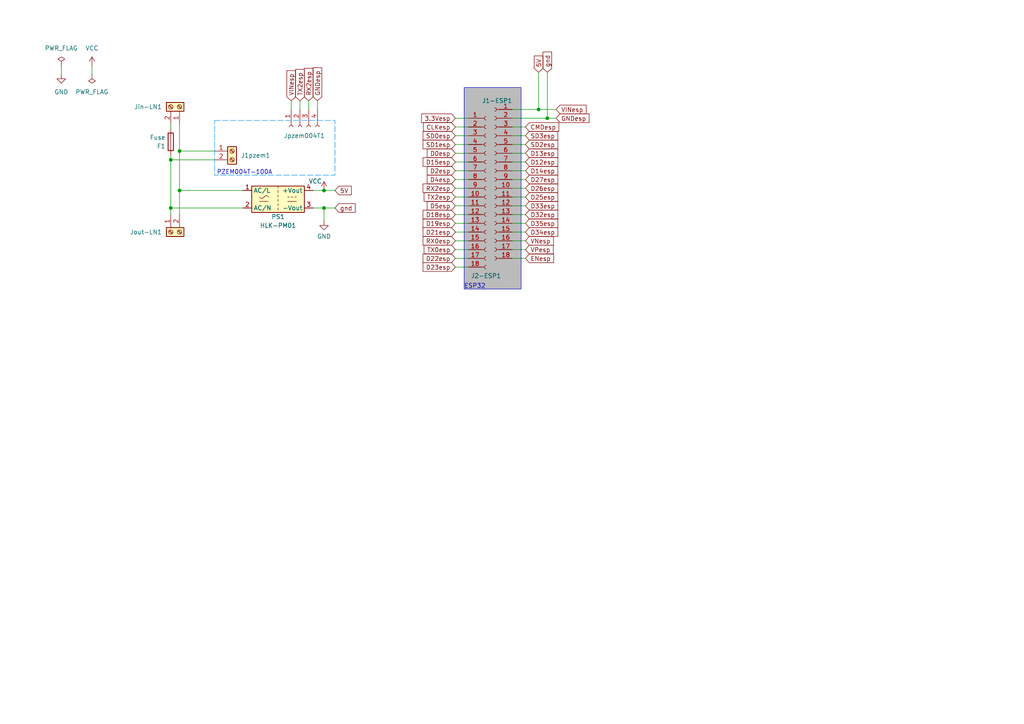
<source format=kicad_sch>
(kicad_sch (version 20230121) (generator eeschema)

  (uuid cfa3594a-3770-40d1-8feb-6b99496ab7b0)

  (paper "A4")

  (lib_symbols
    (symbol "Connector:Conn_01x04_Socket" (pin_names (offset 1.016) hide) (in_bom yes) (on_board yes)
      (property "Reference" "J" (at 0 5.08 0)
        (effects (font (size 1.27 1.27)))
      )
      (property "Value" "Conn_01x04_Socket" (at 0 -7.62 0)
        (effects (font (size 1.27 1.27)))
      )
      (property "Footprint" "" (at 0 0 0)
        (effects (font (size 1.27 1.27)) hide)
      )
      (property "Datasheet" "~" (at 0 0 0)
        (effects (font (size 1.27 1.27)) hide)
      )
      (property "ki_locked" "" (at 0 0 0)
        (effects (font (size 1.27 1.27)))
      )
      (property "ki_keywords" "connector" (at 0 0 0)
        (effects (font (size 1.27 1.27)) hide)
      )
      (property "ki_description" "Generic connector, single row, 01x04, script generated" (at 0 0 0)
        (effects (font (size 1.27 1.27)) hide)
      )
      (property "ki_fp_filters" "Connector*:*_1x??_*" (at 0 0 0)
        (effects (font (size 1.27 1.27)) hide)
      )
      (symbol "Conn_01x04_Socket_1_1"
        (arc (start 0 -4.572) (mid -0.5058 -5.08) (end 0 -5.588)
          (stroke (width 0.1524) (type default))
          (fill (type none))
        )
        (arc (start 0 -2.032) (mid -0.5058 -2.54) (end 0 -3.048)
          (stroke (width 0.1524) (type default))
          (fill (type none))
        )
        (polyline
          (pts
            (xy -1.27 -5.08)
            (xy -0.508 -5.08)
          )
          (stroke (width 0.1524) (type default))
          (fill (type none))
        )
        (polyline
          (pts
            (xy -1.27 -2.54)
            (xy -0.508 -2.54)
          )
          (stroke (width 0.1524) (type default))
          (fill (type none))
        )
        (polyline
          (pts
            (xy -1.27 0)
            (xy -0.508 0)
          )
          (stroke (width 0.1524) (type default))
          (fill (type none))
        )
        (polyline
          (pts
            (xy -1.27 2.54)
            (xy -0.508 2.54)
          )
          (stroke (width 0.1524) (type default))
          (fill (type none))
        )
        (arc (start 0 0.508) (mid -0.5058 0) (end 0 -0.508)
          (stroke (width 0.1524) (type default))
          (fill (type none))
        )
        (arc (start 0 3.048) (mid -0.5058 2.54) (end 0 2.032)
          (stroke (width 0.1524) (type default))
          (fill (type none))
        )
        (pin passive line (at -5.08 2.54 0) (length 3.81)
          (name "Pin_1" (effects (font (size 1.27 1.27))))
          (number "1" (effects (font (size 1.27 1.27))))
        )
        (pin passive line (at -5.08 0 0) (length 3.81)
          (name "Pin_2" (effects (font (size 1.27 1.27))))
          (number "2" (effects (font (size 1.27 1.27))))
        )
        (pin passive line (at -5.08 -2.54 0) (length 3.81)
          (name "Pin_3" (effects (font (size 1.27 1.27))))
          (number "3" (effects (font (size 1.27 1.27))))
        )
        (pin passive line (at -5.08 -5.08 0) (length 3.81)
          (name "Pin_4" (effects (font (size 1.27 1.27))))
          (number "4" (effects (font (size 1.27 1.27))))
        )
      )
    )
    (symbol "Connector:Conn_01x18_Socket" (pin_names (offset 1.016) hide) (in_bom yes) (on_board yes)
      (property "Reference" "J" (at 0 22.86 0)
        (effects (font (size 1.27 1.27)))
      )
      (property "Value" "Conn_01x18_Socket" (at 0 -25.4 0)
        (effects (font (size 1.27 1.27)))
      )
      (property "Footprint" "" (at 0 0 0)
        (effects (font (size 1.27 1.27)) hide)
      )
      (property "Datasheet" "~" (at 0 0 0)
        (effects (font (size 1.27 1.27)) hide)
      )
      (property "ki_locked" "" (at 0 0 0)
        (effects (font (size 1.27 1.27)))
      )
      (property "ki_keywords" "connector" (at 0 0 0)
        (effects (font (size 1.27 1.27)) hide)
      )
      (property "ki_description" "Generic connector, single row, 01x18, script generated" (at 0 0 0)
        (effects (font (size 1.27 1.27)) hide)
      )
      (property "ki_fp_filters" "Connector*:*_1x??_*" (at 0 0 0)
        (effects (font (size 1.27 1.27)) hide)
      )
      (symbol "Conn_01x18_Socket_1_1"
        (arc (start 0 -22.352) (mid -0.5058 -22.86) (end 0 -23.368)
          (stroke (width 0.1524) (type default))
          (fill (type none))
        )
        (arc (start 0 -19.812) (mid -0.5058 -20.32) (end 0 -20.828)
          (stroke (width 0.1524) (type default))
          (fill (type none))
        )
        (arc (start 0 -17.272) (mid -0.5058 -17.78) (end 0 -18.288)
          (stroke (width 0.1524) (type default))
          (fill (type none))
        )
        (arc (start 0 -14.732) (mid -0.5058 -15.24) (end 0 -15.748)
          (stroke (width 0.1524) (type default))
          (fill (type none))
        )
        (arc (start 0 -12.192) (mid -0.5058 -12.7) (end 0 -13.208)
          (stroke (width 0.1524) (type default))
          (fill (type none))
        )
        (arc (start 0 -9.652) (mid -0.5058 -10.16) (end 0 -10.668)
          (stroke (width 0.1524) (type default))
          (fill (type none))
        )
        (arc (start 0 -7.112) (mid -0.5058 -7.62) (end 0 -8.128)
          (stroke (width 0.1524) (type default))
          (fill (type none))
        )
        (arc (start 0 -4.572) (mid -0.5058 -5.08) (end 0 -5.588)
          (stroke (width 0.1524) (type default))
          (fill (type none))
        )
        (arc (start 0 -2.032) (mid -0.5058 -2.54) (end 0 -3.048)
          (stroke (width 0.1524) (type default))
          (fill (type none))
        )
        (polyline
          (pts
            (xy -1.27 -22.86)
            (xy -0.508 -22.86)
          )
          (stroke (width 0.1524) (type default))
          (fill (type none))
        )
        (polyline
          (pts
            (xy -1.27 -20.32)
            (xy -0.508 -20.32)
          )
          (stroke (width 0.1524) (type default))
          (fill (type none))
        )
        (polyline
          (pts
            (xy -1.27 -17.78)
            (xy -0.508 -17.78)
          )
          (stroke (width 0.1524) (type default))
          (fill (type none))
        )
        (polyline
          (pts
            (xy -1.27 -15.24)
            (xy -0.508 -15.24)
          )
          (stroke (width 0.1524) (type default))
          (fill (type none))
        )
        (polyline
          (pts
            (xy -1.27 -12.7)
            (xy -0.508 -12.7)
          )
          (stroke (width 0.1524) (type default))
          (fill (type none))
        )
        (polyline
          (pts
            (xy -1.27 -10.16)
            (xy -0.508 -10.16)
          )
          (stroke (width 0.1524) (type default))
          (fill (type none))
        )
        (polyline
          (pts
            (xy -1.27 -7.62)
            (xy -0.508 -7.62)
          )
          (stroke (width 0.1524) (type default))
          (fill (type none))
        )
        (polyline
          (pts
            (xy -1.27 -5.08)
            (xy -0.508 -5.08)
          )
          (stroke (width 0.1524) (type default))
          (fill (type none))
        )
        (polyline
          (pts
            (xy -1.27 -2.54)
            (xy -0.508 -2.54)
          )
          (stroke (width 0.1524) (type default))
          (fill (type none))
        )
        (polyline
          (pts
            (xy -1.27 0)
            (xy -0.508 0)
          )
          (stroke (width 0.1524) (type default))
          (fill (type none))
        )
        (polyline
          (pts
            (xy -1.27 2.54)
            (xy -0.508 2.54)
          )
          (stroke (width 0.1524) (type default))
          (fill (type none))
        )
        (polyline
          (pts
            (xy -1.27 5.08)
            (xy -0.508 5.08)
          )
          (stroke (width 0.1524) (type default))
          (fill (type none))
        )
        (polyline
          (pts
            (xy -1.27 7.62)
            (xy -0.508 7.62)
          )
          (stroke (width 0.1524) (type default))
          (fill (type none))
        )
        (polyline
          (pts
            (xy -1.27 10.16)
            (xy -0.508 10.16)
          )
          (stroke (width 0.1524) (type default))
          (fill (type none))
        )
        (polyline
          (pts
            (xy -1.27 12.7)
            (xy -0.508 12.7)
          )
          (stroke (width 0.1524) (type default))
          (fill (type none))
        )
        (polyline
          (pts
            (xy -1.27 15.24)
            (xy -0.508 15.24)
          )
          (stroke (width 0.1524) (type default))
          (fill (type none))
        )
        (polyline
          (pts
            (xy -1.27 17.78)
            (xy -0.508 17.78)
          )
          (stroke (width 0.1524) (type default))
          (fill (type none))
        )
        (polyline
          (pts
            (xy -1.27 20.32)
            (xy -0.508 20.32)
          )
          (stroke (width 0.1524) (type default))
          (fill (type none))
        )
        (arc (start 0 0.508) (mid -0.5058 0) (end 0 -0.508)
          (stroke (width 0.1524) (type default))
          (fill (type none))
        )
        (arc (start 0 3.048) (mid -0.5058 2.54) (end 0 2.032)
          (stroke (width 0.1524) (type default))
          (fill (type none))
        )
        (arc (start 0 5.588) (mid -0.5058 5.08) (end 0 4.572)
          (stroke (width 0.1524) (type default))
          (fill (type none))
        )
        (arc (start 0 8.128) (mid -0.5058 7.62) (end 0 7.112)
          (stroke (width 0.1524) (type default))
          (fill (type none))
        )
        (arc (start 0 10.668) (mid -0.5058 10.16) (end 0 9.652)
          (stroke (width 0.1524) (type default))
          (fill (type none))
        )
        (arc (start 0 13.208) (mid -0.5058 12.7) (end 0 12.192)
          (stroke (width 0.1524) (type default))
          (fill (type none))
        )
        (arc (start 0 15.748) (mid -0.5058 15.24) (end 0 14.732)
          (stroke (width 0.1524) (type default))
          (fill (type none))
        )
        (arc (start 0 18.288) (mid -0.5058 17.78) (end 0 17.272)
          (stroke (width 0.1524) (type default))
          (fill (type none))
        )
        (arc (start 0 20.828) (mid -0.5058 20.32) (end 0 19.812)
          (stroke (width 0.1524) (type default))
          (fill (type none))
        )
        (pin passive line (at -5.08 20.32 0) (length 3.81)
          (name "Pin_1" (effects (font (size 1.27 1.27))))
          (number "1" (effects (font (size 1.27 1.27))))
        )
        (pin passive line (at -5.08 -2.54 0) (length 3.81)
          (name "Pin_10" (effects (font (size 1.27 1.27))))
          (number "10" (effects (font (size 1.27 1.27))))
        )
        (pin passive line (at -5.08 -5.08 0) (length 3.81)
          (name "Pin_11" (effects (font (size 1.27 1.27))))
          (number "11" (effects (font (size 1.27 1.27))))
        )
        (pin passive line (at -5.08 -7.62 0) (length 3.81)
          (name "Pin_12" (effects (font (size 1.27 1.27))))
          (number "12" (effects (font (size 1.27 1.27))))
        )
        (pin passive line (at -5.08 -10.16 0) (length 3.81)
          (name "Pin_13" (effects (font (size 1.27 1.27))))
          (number "13" (effects (font (size 1.27 1.27))))
        )
        (pin passive line (at -5.08 -12.7 0) (length 3.81)
          (name "Pin_14" (effects (font (size 1.27 1.27))))
          (number "14" (effects (font (size 1.27 1.27))))
        )
        (pin passive line (at -5.08 -15.24 0) (length 3.81)
          (name "Pin_15" (effects (font (size 1.27 1.27))))
          (number "15" (effects (font (size 1.27 1.27))))
        )
        (pin passive line (at -5.08 -17.78 0) (length 3.81)
          (name "Pin_16" (effects (font (size 1.27 1.27))))
          (number "16" (effects (font (size 1.27 1.27))))
        )
        (pin passive line (at -5.08 -20.32 0) (length 3.81)
          (name "Pin_17" (effects (font (size 1.27 1.27))))
          (number "17" (effects (font (size 1.27 1.27))))
        )
        (pin passive line (at -5.08 -22.86 0) (length 3.81)
          (name "Pin_18" (effects (font (size 1.27 1.27))))
          (number "18" (effects (font (size 1.27 1.27))))
        )
        (pin passive line (at -5.08 17.78 0) (length 3.81)
          (name "Pin_2" (effects (font (size 1.27 1.27))))
          (number "2" (effects (font (size 1.27 1.27))))
        )
        (pin passive line (at -5.08 15.24 0) (length 3.81)
          (name "Pin_3" (effects (font (size 1.27 1.27))))
          (number "3" (effects (font (size 1.27 1.27))))
        )
        (pin passive line (at -5.08 12.7 0) (length 3.81)
          (name "Pin_4" (effects (font (size 1.27 1.27))))
          (number "4" (effects (font (size 1.27 1.27))))
        )
        (pin passive line (at -5.08 10.16 0) (length 3.81)
          (name "Pin_5" (effects (font (size 1.27 1.27))))
          (number "5" (effects (font (size 1.27 1.27))))
        )
        (pin passive line (at -5.08 7.62 0) (length 3.81)
          (name "Pin_6" (effects (font (size 1.27 1.27))))
          (number "6" (effects (font (size 1.27 1.27))))
        )
        (pin passive line (at -5.08 5.08 0) (length 3.81)
          (name "Pin_7" (effects (font (size 1.27 1.27))))
          (number "7" (effects (font (size 1.27 1.27))))
        )
        (pin passive line (at -5.08 2.54 0) (length 3.81)
          (name "Pin_8" (effects (font (size 1.27 1.27))))
          (number "8" (effects (font (size 1.27 1.27))))
        )
        (pin passive line (at -5.08 0 0) (length 3.81)
          (name "Pin_9" (effects (font (size 1.27 1.27))))
          (number "9" (effects (font (size 1.27 1.27))))
        )
      )
    )
    (symbol "Connector:Screw_Terminal_01x02" (pin_names (offset 1.016) hide) (in_bom yes) (on_board yes)
      (property "Reference" "J" (at 0 2.54 0)
        (effects (font (size 1.27 1.27)))
      )
      (property "Value" "Screw_Terminal_01x02" (at 0 -5.08 0)
        (effects (font (size 1.27 1.27)))
      )
      (property "Footprint" "" (at 0 0 0)
        (effects (font (size 1.27 1.27)) hide)
      )
      (property "Datasheet" "~" (at 0 0 0)
        (effects (font (size 1.27 1.27)) hide)
      )
      (property "ki_keywords" "screw terminal" (at 0 0 0)
        (effects (font (size 1.27 1.27)) hide)
      )
      (property "ki_description" "Generic screw terminal, single row, 01x02, script generated (kicad-library-utils/schlib/autogen/connector/)" (at 0 0 0)
        (effects (font (size 1.27 1.27)) hide)
      )
      (property "ki_fp_filters" "TerminalBlock*:*" (at 0 0 0)
        (effects (font (size 1.27 1.27)) hide)
      )
      (symbol "Screw_Terminal_01x02_1_1"
        (rectangle (start -1.27 1.27) (end 1.27 -3.81)
          (stroke (width 0.254) (type default))
          (fill (type background))
        )
        (circle (center 0 -2.54) (radius 0.635)
          (stroke (width 0.1524) (type default))
          (fill (type none))
        )
        (polyline
          (pts
            (xy -0.5334 -2.2098)
            (xy 0.3302 -3.048)
          )
          (stroke (width 0.1524) (type default))
          (fill (type none))
        )
        (polyline
          (pts
            (xy -0.5334 0.3302)
            (xy 0.3302 -0.508)
          )
          (stroke (width 0.1524) (type default))
          (fill (type none))
        )
        (polyline
          (pts
            (xy -0.3556 -2.032)
            (xy 0.508 -2.8702)
          )
          (stroke (width 0.1524) (type default))
          (fill (type none))
        )
        (polyline
          (pts
            (xy -0.3556 0.508)
            (xy 0.508 -0.3302)
          )
          (stroke (width 0.1524) (type default))
          (fill (type none))
        )
        (circle (center 0 0) (radius 0.635)
          (stroke (width 0.1524) (type default))
          (fill (type none))
        )
        (pin passive line (at -5.08 0 0) (length 3.81)
          (name "Pin_1" (effects (font (size 1.27 1.27))))
          (number "1" (effects (font (size 1.27 1.27))))
        )
        (pin passive line (at -5.08 -2.54 0) (length 3.81)
          (name "Pin_2" (effects (font (size 1.27 1.27))))
          (number "2" (effects (font (size 1.27 1.27))))
        )
      )
    )
    (symbol "Converter_ACDC:HLK-PM01" (in_bom yes) (on_board yes)
      (property "Reference" "PS" (at 0 5.08 0)
        (effects (font (size 1.27 1.27)))
      )
      (property "Value" "HLK-PM01" (at 0 -5.08 0)
        (effects (font (size 1.27 1.27)))
      )
      (property "Footprint" "Converter_ACDC:Converter_ACDC_HiLink_HLK-PMxx" (at 0 -7.62 0)
        (effects (font (size 1.27 1.27)) hide)
      )
      (property "Datasheet" "http://www.hlktech.net/product_detail.php?ProId=54" (at 10.16 -8.89 0)
        (effects (font (size 1.27 1.27)) hide)
      )
      (property "ki_keywords" "AC/DC module power supply" (at 0 0 0)
        (effects (font (size 1.27 1.27)) hide)
      )
      (property "ki_description" "Compact AC/DC board mount power module 3W 5V" (at 0 0 0)
        (effects (font (size 1.27 1.27)) hide)
      )
      (property "ki_fp_filters" "Converter*ACDC*HiLink*HLK?PM*" (at 0 0 0)
        (effects (font (size 1.27 1.27)) hide)
      )
      (symbol "HLK-PM01_0_1"
        (rectangle (start -7.62 3.81) (end 7.62 -3.81)
          (stroke (width 0.254) (type default))
          (fill (type background))
        )
        (arc (start -5.334 0.635) (mid -4.699 0.2495) (end -4.064 0.635)
          (stroke (width 0) (type default))
          (fill (type none))
        )
        (arc (start -2.794 0.635) (mid -3.429 1.0072) (end -4.064 0.635)
          (stroke (width 0) (type default))
          (fill (type none))
        )
        (polyline
          (pts
            (xy -5.334 -0.635)
            (xy -2.794 -0.635)
          )
          (stroke (width 0) (type default))
          (fill (type none))
        )
        (polyline
          (pts
            (xy 0 -2.54)
            (xy 0 -3.175)
          )
          (stroke (width 0) (type default))
          (fill (type none))
        )
        (polyline
          (pts
            (xy 0 -1.27)
            (xy 0 -1.905)
          )
          (stroke (width 0) (type default))
          (fill (type none))
        )
        (polyline
          (pts
            (xy 0 0)
            (xy 0 -0.635)
          )
          (stroke (width 0) (type default))
          (fill (type none))
        )
        (polyline
          (pts
            (xy 0 1.27)
            (xy 0 0.635)
          )
          (stroke (width 0) (type default))
          (fill (type none))
        )
        (polyline
          (pts
            (xy 0 2.54)
            (xy 0 1.905)
          )
          (stroke (width 0) (type default))
          (fill (type none))
        )
        (polyline
          (pts
            (xy 0 3.81)
            (xy 0 3.175)
          )
          (stroke (width 0) (type default))
          (fill (type none))
        )
        (polyline
          (pts
            (xy 2.794 -0.635)
            (xy 5.334 -0.635)
          )
          (stroke (width 0) (type default))
          (fill (type none))
        )
        (polyline
          (pts
            (xy 2.794 0.635)
            (xy 3.302 0.635)
          )
          (stroke (width 0) (type default))
          (fill (type none))
        )
        (polyline
          (pts
            (xy 3.81 0.635)
            (xy 4.318 0.635)
          )
          (stroke (width 0) (type default))
          (fill (type none))
        )
        (polyline
          (pts
            (xy 4.826 0.635)
            (xy 5.334 0.635)
          )
          (stroke (width 0) (type default))
          (fill (type none))
        )
      )
      (symbol "HLK-PM01_1_1"
        (pin power_in line (at -10.16 2.54 0) (length 2.54)
          (name "AC/L" (effects (font (size 1.27 1.27))))
          (number "1" (effects (font (size 1.27 1.27))))
        )
        (pin power_in line (at -10.16 -2.54 0) (length 2.54)
          (name "AC/N" (effects (font (size 1.27 1.27))))
          (number "2" (effects (font (size 1.27 1.27))))
        )
        (pin power_out line (at 10.16 -2.54 180) (length 2.54)
          (name "-Vout" (effects (font (size 1.27 1.27))))
          (number "3" (effects (font (size 1.27 1.27))))
        )
        (pin power_out line (at 10.16 2.54 180) (length 2.54)
          (name "+Vout" (effects (font (size 1.27 1.27))))
          (number "4" (effects (font (size 1.27 1.27))))
        )
      )
    )
    (symbol "Device:Fuse" (pin_numbers hide) (pin_names (offset 0)) (in_bom yes) (on_board yes)
      (property "Reference" "F" (at 2.032 0 90)
        (effects (font (size 1.27 1.27)))
      )
      (property "Value" "Fuse" (at -1.905 0 90)
        (effects (font (size 1.27 1.27)))
      )
      (property "Footprint" "" (at -1.778 0 90)
        (effects (font (size 1.27 1.27)) hide)
      )
      (property "Datasheet" "~" (at 0 0 0)
        (effects (font (size 1.27 1.27)) hide)
      )
      (property "ki_keywords" "fuse" (at 0 0 0)
        (effects (font (size 1.27 1.27)) hide)
      )
      (property "ki_description" "Fuse" (at 0 0 0)
        (effects (font (size 1.27 1.27)) hide)
      )
      (property "ki_fp_filters" "*Fuse*" (at 0 0 0)
        (effects (font (size 1.27 1.27)) hide)
      )
      (symbol "Fuse_0_1"
        (rectangle (start -0.762 -2.54) (end 0.762 2.54)
          (stroke (width 0.254) (type default))
          (fill (type none))
        )
        (polyline
          (pts
            (xy 0 2.54)
            (xy 0 -2.54)
          )
          (stroke (width 0) (type default))
          (fill (type none))
        )
      )
      (symbol "Fuse_1_1"
        (pin passive line (at 0 3.81 270) (length 1.27)
          (name "~" (effects (font (size 1.27 1.27))))
          (number "1" (effects (font (size 1.27 1.27))))
        )
        (pin passive line (at 0 -3.81 90) (length 1.27)
          (name "~" (effects (font (size 1.27 1.27))))
          (number "2" (effects (font (size 1.27 1.27))))
        )
      )
    )
    (symbol "power:GND" (power) (pin_names (offset 0)) (in_bom yes) (on_board yes)
      (property "Reference" "#PWR" (at 0 -6.35 0)
        (effects (font (size 1.27 1.27)) hide)
      )
      (property "Value" "GND" (at 0 -3.81 0)
        (effects (font (size 1.27 1.27)))
      )
      (property "Footprint" "" (at 0 0 0)
        (effects (font (size 1.27 1.27)) hide)
      )
      (property "Datasheet" "" (at 0 0 0)
        (effects (font (size 1.27 1.27)) hide)
      )
      (property "ki_keywords" "global power" (at 0 0 0)
        (effects (font (size 1.27 1.27)) hide)
      )
      (property "ki_description" "Power symbol creates a global label with name \"GND\" , ground" (at 0 0 0)
        (effects (font (size 1.27 1.27)) hide)
      )
      (symbol "GND_0_1"
        (polyline
          (pts
            (xy 0 0)
            (xy 0 -1.27)
            (xy 1.27 -1.27)
            (xy 0 -2.54)
            (xy -1.27 -1.27)
            (xy 0 -1.27)
          )
          (stroke (width 0) (type default))
          (fill (type none))
        )
      )
      (symbol "GND_1_1"
        (pin power_in line (at 0 0 270) (length 0) hide
          (name "GND" (effects (font (size 1.27 1.27))))
          (number "1" (effects (font (size 1.27 1.27))))
        )
      )
    )
    (symbol "power:PWR_FLAG" (power) (pin_numbers hide) (pin_names (offset 0) hide) (in_bom yes) (on_board yes)
      (property "Reference" "#FLG" (at 0 1.905 0)
        (effects (font (size 1.27 1.27)) hide)
      )
      (property "Value" "PWR_FLAG" (at 0 3.81 0)
        (effects (font (size 1.27 1.27)))
      )
      (property "Footprint" "" (at 0 0 0)
        (effects (font (size 1.27 1.27)) hide)
      )
      (property "Datasheet" "~" (at 0 0 0)
        (effects (font (size 1.27 1.27)) hide)
      )
      (property "ki_keywords" "flag power" (at 0 0 0)
        (effects (font (size 1.27 1.27)) hide)
      )
      (property "ki_description" "Special symbol for telling ERC where power comes from" (at 0 0 0)
        (effects (font (size 1.27 1.27)) hide)
      )
      (symbol "PWR_FLAG_0_0"
        (pin power_out line (at 0 0 90) (length 0)
          (name "pwr" (effects (font (size 1.27 1.27))))
          (number "1" (effects (font (size 1.27 1.27))))
        )
      )
      (symbol "PWR_FLAG_0_1"
        (polyline
          (pts
            (xy 0 0)
            (xy 0 1.27)
            (xy -1.016 1.905)
            (xy 0 2.54)
            (xy 1.016 1.905)
            (xy 0 1.27)
          )
          (stroke (width 0) (type default))
          (fill (type none))
        )
      )
    )
    (symbol "power:VCC" (power) (pin_names (offset 0)) (in_bom yes) (on_board yes)
      (property "Reference" "#PWR" (at 0 -3.81 0)
        (effects (font (size 1.27 1.27)) hide)
      )
      (property "Value" "VCC" (at 0 3.81 0)
        (effects (font (size 1.27 1.27)))
      )
      (property "Footprint" "" (at 0 0 0)
        (effects (font (size 1.27 1.27)) hide)
      )
      (property "Datasheet" "" (at 0 0 0)
        (effects (font (size 1.27 1.27)) hide)
      )
      (property "ki_keywords" "global power" (at 0 0 0)
        (effects (font (size 1.27 1.27)) hide)
      )
      (property "ki_description" "Power symbol creates a global label with name \"VCC\"" (at 0 0 0)
        (effects (font (size 1.27 1.27)) hide)
      )
      (symbol "VCC_0_1"
        (polyline
          (pts
            (xy -0.762 1.27)
            (xy 0 2.54)
          )
          (stroke (width 0) (type default))
          (fill (type none))
        )
        (polyline
          (pts
            (xy 0 0)
            (xy 0 2.54)
          )
          (stroke (width 0) (type default))
          (fill (type none))
        )
        (polyline
          (pts
            (xy 0 2.54)
            (xy 0.762 1.27)
          )
          (stroke (width 0) (type default))
          (fill (type none))
        )
      )
      (symbol "VCC_1_1"
        (pin power_in line (at 0 0 90) (length 0) hide
          (name "VCC" (effects (font (size 1.27 1.27))))
          (number "1" (effects (font (size 1.27 1.27))))
        )
      )
    )
  )

  (junction (at 49.53 46.355) (diameter 0) (color 0 0 0 0)
    (uuid 08cd5ff9-1b21-407b-ad0a-2362384960bf)
  )
  (junction (at 52.07 43.815) (diameter 0) (color 0 0 0 0)
    (uuid 249a70f0-410d-4506-826e-226c51afeb3b)
  )
  (junction (at 93.98 55.245) (diameter 0) (color 0 0 0 0)
    (uuid 25920131-751a-4857-a2be-ab4a27649d01)
  )
  (junction (at 52.07 55.245) (diameter 0) (color 0 0 0 0)
    (uuid 38aa4232-fe07-4598-af00-123b922bcea9)
  )
  (junction (at 158.75 34.29) (diameter 0) (color 0 0 0 0)
    (uuid 72b20e70-8d12-47e2-b3a8-72c77378834f)
  )
  (junction (at 93.98 60.325) (diameter 0) (color 0 0 0 0)
    (uuid 732684af-0287-4d78-b047-32e1e4436a21)
  )
  (junction (at 49.53 60.325) (diameter 0) (color 0 0 0 0)
    (uuid df065dd5-15fe-4407-a9f8-87b4fe36862a)
  )
  (junction (at 156.21 31.75) (diameter 0) (color 0 0 0 0)
    (uuid ef47011d-30bc-4724-b4b8-1b4e9e0f92ca)
  )

  (wire (pts (xy 132.08 54.61) (xy 135.89 54.61))
    (stroke (width 0) (type default))
    (uuid 11802875-f294-496a-a5da-2f05ad6ce29d)
  )
  (wire (pts (xy 152.4 39.37) (xy 148.59 39.37))
    (stroke (width 0) (type default))
    (uuid 14ab8453-949b-484d-99c3-de7e0de03efc)
  )
  (wire (pts (xy 152.4 46.99) (xy 148.59 46.99))
    (stroke (width 0) (type default))
    (uuid 1811f399-a00a-4e83-85b9-7e272b06d942)
  )
  (wire (pts (xy 93.98 55.245) (xy 97.155 55.245))
    (stroke (width 0) (type default))
    (uuid 1be11046-3372-41fc-9e69-d03809f41742)
  )
  (wire (pts (xy 52.07 55.245) (xy 52.07 62.23))
    (stroke (width 0) (type default))
    (uuid 2270c465-ce02-44ab-b803-ed58df399a47)
  )
  (wire (pts (xy 132.08 67.31) (xy 135.89 67.31))
    (stroke (width 0) (type default))
    (uuid 2325691e-bd58-413e-9599-03d534d0cd59)
  )
  (wire (pts (xy 152.4 41.91) (xy 148.59 41.91))
    (stroke (width 0) (type default))
    (uuid 270a65ec-17b8-43fe-9711-5718d3d64b04)
  )
  (wire (pts (xy 132.08 74.93) (xy 135.89 74.93))
    (stroke (width 0) (type default))
    (uuid 27f7079b-b181-45e9-b3d3-e68aa5db6563)
  )
  (wire (pts (xy 132.08 59.69) (xy 135.89 59.69))
    (stroke (width 0) (type default))
    (uuid 2aa38b1e-a2a3-4162-bc99-c67e053123ee)
  )
  (wire (pts (xy 52.07 36.068) (xy 52.07 43.815))
    (stroke (width 0) (type default))
    (uuid 2eb03801-4e54-47be-8faf-d0ca99063ddd)
  )
  (wire (pts (xy 90.805 55.245) (xy 93.98 55.245))
    (stroke (width 0) (type default))
    (uuid 30fa08d6-7ed4-4ac9-a4b4-2af64806278c)
  )
  (wire (pts (xy 90.805 60.325) (xy 93.98 60.325))
    (stroke (width 0) (type default))
    (uuid 36629b24-ddbc-4cee-808f-68a89dffcddb)
  )
  (wire (pts (xy 152.4 74.93) (xy 148.59 74.93))
    (stroke (width 0) (type default))
    (uuid 3892190c-5e1b-41ef-ab8a-2eb38b6d3314)
  )
  (wire (pts (xy 156.21 20.955) (xy 156.21 31.75))
    (stroke (width 0) (type default))
    (uuid 3d1c08cb-c197-4c42-96ac-a531b8b4fdb4)
  )
  (wire (pts (xy 132.08 69.85) (xy 135.89 69.85))
    (stroke (width 0) (type default))
    (uuid 40d4e8e7-183a-4dd4-ab26-211535354b55)
  )
  (wire (pts (xy 152.4 54.61) (xy 148.59 54.61))
    (stroke (width 0) (type default))
    (uuid 4b17433c-5acd-4cb9-9f0e-860daa29d31f)
  )
  (wire (pts (xy 17.78 19.05) (xy 17.78 21.59))
    (stroke (width 0) (type default))
    (uuid 515fe42b-a96f-4232-9f05-010dc486e37f)
  )
  (wire (pts (xy 49.53 60.325) (xy 49.53 62.23))
    (stroke (width 0) (type default))
    (uuid 5239e575-80d7-410b-812c-94db48bb4e13)
  )
  (wire (pts (xy 49.53 46.355) (xy 49.53 60.325))
    (stroke (width 0) (type default))
    (uuid 576ac465-2e1c-40c6-9cc8-9f8f75335589)
  )
  (wire (pts (xy 152.4 49.53) (xy 148.59 49.53))
    (stroke (width 0) (type default))
    (uuid 5dd8a8ae-a187-4f89-81f0-262fc2dfb0cf)
  )
  (wire (pts (xy 152.4 36.83) (xy 148.59 36.83))
    (stroke (width 0) (type default))
    (uuid 5ed46650-e22e-4f97-959b-22cacb2c7f62)
  )
  (wire (pts (xy 158.75 34.29) (xy 161.29 34.29))
    (stroke (width 0) (type default))
    (uuid 69178685-1b6d-41c5-90b9-347ba13c8ca5)
  )
  (wire (pts (xy 156.21 31.75) (xy 148.59 31.75))
    (stroke (width 0) (type default))
    (uuid 6ddb04ab-7e05-42d0-93df-5c7a7870e9db)
  )
  (wire (pts (xy 152.4 44.45) (xy 148.59 44.45))
    (stroke (width 0) (type default))
    (uuid 72239c9f-e0bf-40bd-97ab-e67e0befef0f)
  )
  (wire (pts (xy 152.4 64.77) (xy 148.59 64.77))
    (stroke (width 0) (type default))
    (uuid 73e1fefc-dbe9-4940-b650-aa0f441f2f63)
  )
  (wire (pts (xy 132.08 44.45) (xy 135.89 44.45))
    (stroke (width 0) (type default))
    (uuid 7795bced-a8fd-4ec1-a27f-c94ffc1c0597)
  )
  (wire (pts (xy 132.08 77.47) (xy 135.89 77.47))
    (stroke (width 0) (type default))
    (uuid 7cacba8b-a7f2-4973-a353-37ac783dd1a5)
  )
  (wire (pts (xy 86.995 29.21) (xy 86.995 31.75))
    (stroke (width 0) (type default))
    (uuid 828d9252-9aee-4071-add0-bcd4d7b49343)
  )
  (wire (pts (xy 52.07 55.245) (xy 70.485 55.245))
    (stroke (width 0) (type default))
    (uuid 86c92c08-b77d-4b6b-82f4-8b73498a729c)
  )
  (wire (pts (xy 152.4 59.69) (xy 148.59 59.69))
    (stroke (width 0) (type default))
    (uuid 8881858a-0784-4990-b0cd-4b6747143d4c)
  )
  (wire (pts (xy 49.53 46.355) (xy 62.23 46.355))
    (stroke (width 0) (type default))
    (uuid 8a08bb78-075c-4226-a6bf-17603d3082db)
  )
  (wire (pts (xy 93.98 60.325) (xy 93.98 64.135))
    (stroke (width 0) (type default))
    (uuid 8bc31143-c609-484a-8e34-962fda2e1381)
  )
  (wire (pts (xy 132.08 39.37) (xy 135.89 39.37))
    (stroke (width 0) (type default))
    (uuid 8bc388ff-1c12-42ac-8694-c82a5ec377bc)
  )
  (wire (pts (xy 26.67 19.05) (xy 26.67 21.59))
    (stroke (width 0) (type default))
    (uuid 8dc24a74-afc2-46f8-b8a8-9d00f450b90e)
  )
  (wire (pts (xy 49.53 44.958) (xy 49.53 46.355))
    (stroke (width 0) (type default))
    (uuid 91df379f-3cf9-4c92-ae94-8df81adfd5af)
  )
  (wire (pts (xy 148.59 34.29) (xy 158.75 34.29))
    (stroke (width 0) (type default))
    (uuid 94d996ce-d634-473e-92f7-34e088ff6fd6)
  )
  (wire (pts (xy 161.29 31.75) (xy 156.21 31.75))
    (stroke (width 0) (type default))
    (uuid a0149ee5-f68b-4e8f-aff9-e7282998e51b)
  )
  (wire (pts (xy 93.98 60.325) (xy 97.155 60.325))
    (stroke (width 0) (type default))
    (uuid a192ff6b-5b93-4757-8b50-1b07c63dfebb)
  )
  (wire (pts (xy 132.08 36.83) (xy 135.89 36.83))
    (stroke (width 0) (type default))
    (uuid a408fcca-ed95-4196-a124-5b0bd7074b11)
  )
  (wire (pts (xy 132.08 64.77) (xy 135.89 64.77))
    (stroke (width 0) (type default))
    (uuid a60e0a9b-6421-4488-a758-d27e87b5cd6d)
  )
  (wire (pts (xy 49.53 36.068) (xy 49.53 37.338))
    (stroke (width 0) (type default))
    (uuid a6d0b800-18ec-4e35-86ef-e6fbfd8878c1)
  )
  (wire (pts (xy 132.08 52.07) (xy 135.89 52.07))
    (stroke (width 0) (type default))
    (uuid a6ecc565-59c5-45c2-81f1-73bf300e5edb)
  )
  (wire (pts (xy 152.4 72.39) (xy 148.59 72.39))
    (stroke (width 0) (type default))
    (uuid af7d8fc9-391a-402c-ac84-478e583485cc)
  )
  (wire (pts (xy 49.53 60.325) (xy 70.485 60.325))
    (stroke (width 0) (type default))
    (uuid b0126d9a-10ff-408b-afbe-7aaccbe58c4e)
  )
  (wire (pts (xy 132.08 34.29) (xy 135.89 34.29))
    (stroke (width 0) (type default))
    (uuid b10c0d57-7a46-46a2-989e-da85ffd7ec8c)
  )
  (wire (pts (xy 152.4 57.15) (xy 148.59 57.15))
    (stroke (width 0) (type default))
    (uuid b747b734-4395-4ce5-a7e3-1d4acd53b461)
  )
  (wire (pts (xy 152.4 69.85) (xy 148.59 69.85))
    (stroke (width 0) (type default))
    (uuid c13b8468-55d1-4764-b5f2-9233ab05c80d)
  )
  (wire (pts (xy 132.08 62.23) (xy 135.89 62.23))
    (stroke (width 0) (type default))
    (uuid c317d22b-168c-43bb-8c59-2fbc4c0519c5)
  )
  (wire (pts (xy 62.23 43.815) (xy 52.07 43.815))
    (stroke (width 0) (type default))
    (uuid c837b9d4-2896-4159-9321-b7076c53e493)
  )
  (wire (pts (xy 152.4 62.23) (xy 148.59 62.23))
    (stroke (width 0) (type default))
    (uuid c8969316-3cd3-46cf-9891-a3521b1de89a)
  )
  (wire (pts (xy 84.455 29.21) (xy 84.455 31.75))
    (stroke (width 0) (type default))
    (uuid cc61d240-e4ac-418b-a40b-2690b8b68b1c)
  )
  (wire (pts (xy 132.08 41.91) (xy 135.89 41.91))
    (stroke (width 0) (type default))
    (uuid d1c8dc3b-61cb-4a34-b975-5f3bec463220)
  )
  (wire (pts (xy 132.08 57.15) (xy 135.89 57.15))
    (stroke (width 0) (type default))
    (uuid d2317a86-1d70-4b0d-a39f-27760f6df9c1)
  )
  (wire (pts (xy 89.535 29.21) (xy 89.535 31.75))
    (stroke (width 0) (type default))
    (uuid d4bec7dc-54a1-4970-9161-2868bc6c77dd)
  )
  (wire (pts (xy 92.075 29.21) (xy 92.075 31.75))
    (stroke (width 0) (type default))
    (uuid d61f39c4-50d5-4357-9c64-c653127afae7)
  )
  (wire (pts (xy 152.4 67.31) (xy 148.59 67.31))
    (stroke (width 0) (type default))
    (uuid e7b0219e-a0d7-4961-8ac8-878b88af0d87)
  )
  (wire (pts (xy 132.08 72.39) (xy 135.89 72.39))
    (stroke (width 0) (type default))
    (uuid e8b0a681-d4cb-44cc-9afc-51e71eb0e9d7)
  )
  (wire (pts (xy 158.75 20.955) (xy 158.75 34.29))
    (stroke (width 0) (type default))
    (uuid e909bd15-4ab1-447b-b1de-10293efab2f0)
  )
  (wire (pts (xy 132.08 46.99) (xy 135.89 46.99))
    (stroke (width 0) (type default))
    (uuid f7800201-d6ca-46a0-a3b5-c68b02103c47)
  )
  (wire (pts (xy 52.07 43.815) (xy 52.07 55.245))
    (stroke (width 0) (type default))
    (uuid f840ce98-ec5b-46d3-bc0b-1f8a8ccf6447)
  )
  (wire (pts (xy 152.4 52.07) (xy 148.59 52.07))
    (stroke (width 0) (type default))
    (uuid f91faa41-f4ac-4b21-b486-859d9acd7990)
  )
  (wire (pts (xy 132.08 49.53) (xy 135.89 49.53))
    (stroke (width 0) (type default))
    (uuid ffbdc3dd-60ef-4839-8827-a1f66b682280)
  )

  (rectangle (start 62.23 34.925) (end 97.155 50.8)
    (stroke (width 0) (type dash) (color 0 146 255 1))
    (fill (type none))
    (uuid 44dce954-e3fc-4ad3-9f06-0a00215c95a7)
  )
  (rectangle (start 134.62 25.4) (end 151.13 83.82)
    (stroke (width 0) (type default))
    (fill (type color) (color 187 187 187 1))
    (uuid cb28021f-ff8d-4ae6-bcfe-e726f9076d27)
  )

  (text "PZEM004T-100A" (at 62.865 50.8 0)
    (effects (font (size 1.27 1.27)) (justify left bottom))
    (uuid 0c69c817-f20d-4ab2-933a-1d2aafc0e039)
  )
  (text "ESP32" (at 134.62 83.82 0)
    (effects (font (size 1.27 1.27)) (justify left bottom))
    (uuid 8ab47bdd-cf03-4882-9d71-7e8286ec91fd)
  )

  (global_label "GNDesp" (shape input) (at 161.29 34.29 0) (fields_autoplaced)
    (effects (font (size 1.27 1.27)) (justify left))
    (uuid 05786940-bf48-4a34-808d-5f95b75ca9e1)
    (property "Intersheetrefs" "${INTERSHEET_REFS}" (at 171.4114 34.29 0)
      (effects (font (size 1.27 1.27)) (justify left) hide)
    )
  )
  (global_label "3.3Vesp" (shape input) (at 132.08 34.29 180) (fields_autoplaced)
    (effects (font (size 1.27 1.27)) (justify right))
    (uuid 093f735c-5557-455f-bb75-5e05f8ff257f)
    (property "Intersheetrefs" "${INTERSHEET_REFS}" (at 121.7167 34.29 0)
      (effects (font (size 1.27 1.27)) (justify right) hide)
    )
  )
  (global_label "TX2esp" (shape input) (at 86.995 29.21 90) (fields_autoplaced)
    (effects (font (size 1.27 1.27)) (justify left))
    (uuid 09a286ff-655a-4d5d-88aa-700ca78a2043)
    (property "Intersheetrefs" "${INTERSHEET_REFS}" (at 86.995 19.5725 90)
      (effects (font (size 1.27 1.27)) (justify left) hide)
    )
  )
  (global_label "VINesp" (shape input) (at 161.29 31.75 0) (fields_autoplaced)
    (effects (font (size 1.27 1.27)) (justify left))
    (uuid 0bf7d266-da90-4487-8335-15b6f782f763)
    (property "Intersheetrefs" "${INTERSHEET_REFS}" (at 170.5648 31.75 0)
      (effects (font (size 1.27 1.27)) (justify left) hide)
    )
  )
  (global_label "SD0esp" (shape input) (at 132.08 39.37 180) (fields_autoplaced)
    (effects (font (size 1.27 1.27)) (justify right))
    (uuid 10b01987-d296-4acc-ba1b-af6f5b99fe40)
    (property "Intersheetrefs" "${INTERSHEET_REFS}" (at 122.1401 39.37 0)
      (effects (font (size 1.27 1.27)) (justify right) hide)
    )
  )
  (global_label "VNesp" (shape input) (at 152.4 69.85 0) (fields_autoplaced)
    (effects (font (size 1.27 1.27)) (justify left))
    (uuid 10d1ae4a-ca7d-43dc-b681-aded3d3af4e1)
    (property "Intersheetrefs" "${INTERSHEET_REFS}" (at 161.07 69.85 0)
      (effects (font (size 1.27 1.27)) (justify left) hide)
    )
  )
  (global_label "gnd" (shape input) (at 158.75 20.955 90) (fields_autoplaced)
    (effects (font (size 1.27 1.27)) (justify left))
    (uuid 13bc88a3-f3e3-4e2b-a9e1-a4ac7f7e5d00)
    (property "Intersheetrefs" "${INTERSHEET_REFS}" (at 158.75 14.5228 90)
      (effects (font (size 1.27 1.27)) (justify left) hide)
    )
  )
  (global_label "D32esp" (shape input) (at 152.4 62.23 0) (fields_autoplaced)
    (effects (font (size 1.27 1.27)) (justify left))
    (uuid 141f44cd-ae1f-4bc3-b0e4-9f66053a9203)
    (property "Intersheetrefs" "${INTERSHEET_REFS}" (at 162.3399 62.23 0)
      (effects (font (size 1.27 1.27)) (justify left) hide)
    )
  )
  (global_label "D15esp" (shape input) (at 132.08 46.99 180) (fields_autoplaced)
    (effects (font (size 1.27 1.27)) (justify right))
    (uuid 14233141-857f-4996-b596-3a19ea06be65)
    (property "Intersheetrefs" "${INTERSHEET_REFS}" (at 122.1401 46.99 0)
      (effects (font (size 1.27 1.27)) (justify right) hide)
    )
  )
  (global_label "D13esp" (shape input) (at 152.4 44.45 0) (fields_autoplaced)
    (effects (font (size 1.27 1.27)) (justify left))
    (uuid 204bac43-07ab-4413-97a1-11b64472504f)
    (property "Intersheetrefs" "${INTERSHEET_REFS}" (at 162.3399 44.45 0)
      (effects (font (size 1.27 1.27)) (justify left) hide)
    )
  )
  (global_label "D5esp" (shape input) (at 132.08 59.69 180) (fields_autoplaced)
    (effects (font (size 1.27 1.27)) (justify right))
    (uuid 28bd0c76-bb2e-48d3-87c6-f306c8a3e257)
    (property "Intersheetrefs" "${INTERSHEET_REFS}" (at 123.3496 59.69 0)
      (effects (font (size 1.27 1.27)) (justify right) hide)
    )
  )
  (global_label "D18esp" (shape input) (at 132.08 62.23 180) (fields_autoplaced)
    (effects (font (size 1.27 1.27)) (justify right))
    (uuid 2c563dc1-1804-4414-9a7d-d565af6c78b0)
    (property "Intersheetrefs" "${INTERSHEET_REFS}" (at 122.1401 62.23 0)
      (effects (font (size 1.27 1.27)) (justify right) hide)
    )
  )
  (global_label "SD1esp" (shape input) (at 132.08 41.91 180) (fields_autoplaced)
    (effects (font (size 1.27 1.27)) (justify right))
    (uuid 31edb8d7-7bf3-4cc5-ad78-8d90b88b4e74)
    (property "Intersheetrefs" "${INTERSHEET_REFS}" (at 122.1401 41.91 0)
      (effects (font (size 1.27 1.27)) (justify right) hide)
    )
  )
  (global_label "gnd" (shape input) (at 97.155 60.325 0) (fields_autoplaced)
    (effects (font (size 1.27 1.27)) (justify left))
    (uuid 3b34a38c-c2e3-43f0-888f-ab8cadc35a4e)
    (property "Intersheetrefs" "${INTERSHEET_REFS}" (at 103.5872 60.325 0)
      (effects (font (size 1.27 1.27)) (justify left) hide)
    )
  )
  (global_label "D0esp" (shape input) (at 132.08 44.45 180) (fields_autoplaced)
    (effects (font (size 1.27 1.27)) (justify right))
    (uuid 42ea3a1e-ef74-495a-8438-5c033f06881e)
    (property "Intersheetrefs" "${INTERSHEET_REFS}" (at 123.3496 44.45 0)
      (effects (font (size 1.27 1.27)) (justify right) hide)
    )
  )
  (global_label "SD2esp" (shape input) (at 152.4 41.91 0) (fields_autoplaced)
    (effects (font (size 1.27 1.27)) (justify left))
    (uuid 5f6ed0c0-7daf-469b-9623-772167b84eed)
    (property "Intersheetrefs" "${INTERSHEET_REFS}" (at 162.3399 41.91 0)
      (effects (font (size 1.27 1.27)) (justify left) hide)
    )
  )
  (global_label "D27esp" (shape input) (at 152.4 52.07 0) (fields_autoplaced)
    (effects (font (size 1.27 1.27)) (justify left))
    (uuid 649ad4d0-b59f-41be-a295-67f705bec203)
    (property "Intersheetrefs" "${INTERSHEET_REFS}" (at 162.3399 52.07 0)
      (effects (font (size 1.27 1.27)) (justify left) hide)
    )
  )
  (global_label "RX0esp" (shape input) (at 132.08 69.85 180) (fields_autoplaced)
    (effects (font (size 1.27 1.27)) (justify right))
    (uuid 6f13e1fd-dda9-41d5-bda2-72db990f575c)
    (property "Intersheetrefs" "${INTERSHEET_REFS}" (at 122.1401 69.85 0)
      (effects (font (size 1.27 1.27)) (justify right) hide)
    )
  )
  (global_label "CLKesp" (shape input) (at 132.08 36.83 180) (fields_autoplaced)
    (effects (font (size 1.27 1.27)) (justify right))
    (uuid 71d0b00f-4354-41b8-bda8-31d7dec480ce)
    (property "Intersheetrefs" "${INTERSHEET_REFS}" (at 122.261 36.83 0)
      (effects (font (size 1.27 1.27)) (justify right) hide)
    )
  )
  (global_label "D14esp" (shape input) (at 152.4 49.53 0) (fields_autoplaced)
    (effects (font (size 1.27 1.27)) (justify left))
    (uuid 76189581-8c7b-41c6-8f4a-61453c4b9c87)
    (property "Intersheetrefs" "${INTERSHEET_REFS}" (at 162.3399 49.53 0)
      (effects (font (size 1.27 1.27)) (justify left) hide)
    )
  )
  (global_label "CMDesp" (shape input) (at 152.4 36.83 0) (fields_autoplaced)
    (effects (font (size 1.27 1.27)) (justify left))
    (uuid 792eee1c-e5ad-4866-9e85-e25ca16cd671)
    (property "Intersheetrefs" "${INTERSHEET_REFS}" (at 162.6423 36.83 0)
      (effects (font (size 1.27 1.27)) (justify left) hide)
    )
  )
  (global_label "D26esp" (shape input) (at 152.4 54.61 0) (fields_autoplaced)
    (effects (font (size 1.27 1.27)) (justify left))
    (uuid 7bd5c317-af6d-4394-aba9-c589722ff1ef)
    (property "Intersheetrefs" "${INTERSHEET_REFS}" (at 162.3399 54.61 0)
      (effects (font (size 1.27 1.27)) (justify left) hide)
    )
  )
  (global_label "TX0esp" (shape input) (at 132.08 72.39 180) (fields_autoplaced)
    (effects (font (size 1.27 1.27)) (justify right))
    (uuid 7ebc6d6f-e1ce-4c01-a49d-8e36d6d6bfd2)
    (property "Intersheetrefs" "${INTERSHEET_REFS}" (at 122.4425 72.39 0)
      (effects (font (size 1.27 1.27)) (justify right) hide)
    )
  )
  (global_label "D12esp" (shape input) (at 152.4 46.99 0) (fields_autoplaced)
    (effects (font (size 1.27 1.27)) (justify left))
    (uuid 80a6d79e-716b-4e0f-8c85-1efd1f3203d6)
    (property "Intersheetrefs" "${INTERSHEET_REFS}" (at 162.3399 46.99 0)
      (effects (font (size 1.27 1.27)) (justify left) hide)
    )
  )
  (global_label "TX2esp" (shape input) (at 132.08 57.15 180) (fields_autoplaced)
    (effects (font (size 1.27 1.27)) (justify right))
    (uuid 866e3788-bf99-4ee4-80c2-e300d61bd06d)
    (property "Intersheetrefs" "${INTERSHEET_REFS}" (at 122.4425 57.15 0)
      (effects (font (size 1.27 1.27)) (justify right) hide)
    )
  )
  (global_label "5V" (shape input) (at 156.21 20.955 90) (fields_autoplaced)
    (effects (font (size 1.27 1.27)) (justify left))
    (uuid 8e21733f-fe88-43bb-a723-bbad4a39fd41)
    (property "Intersheetrefs" "${INTERSHEET_REFS}" (at 156.21 15.6717 90)
      (effects (font (size 1.27 1.27)) (justify left) hide)
    )
  )
  (global_label "D2esp" (shape input) (at 132.08 49.53 180) (fields_autoplaced)
    (effects (font (size 1.27 1.27)) (justify right))
    (uuid 92b69e2c-cffe-4808-9a6a-314c5a53e8e5)
    (property "Intersheetrefs" "${INTERSHEET_REFS}" (at 123.3496 49.53 0)
      (effects (font (size 1.27 1.27)) (justify right) hide)
    )
  )
  (global_label "RX2esp" (shape input) (at 89.535 29.21 90) (fields_autoplaced)
    (effects (font (size 1.27 1.27)) (justify left))
    (uuid 9c09b861-cc24-481a-ae35-42b83858dfc9)
    (property "Intersheetrefs" "${INTERSHEET_REFS}" (at 89.535 19.2701 90)
      (effects (font (size 1.27 1.27)) (justify left) hide)
    )
  )
  (global_label "RX2esp" (shape input) (at 132.08 54.61 180) (fields_autoplaced)
    (effects (font (size 1.27 1.27)) (justify right))
    (uuid a477157d-e141-482d-9700-8c4b64c81be7)
    (property "Intersheetrefs" "${INTERSHEET_REFS}" (at 122.1401 54.61 0)
      (effects (font (size 1.27 1.27)) (justify right) hide)
    )
  )
  (global_label "ENesp" (shape input) (at 152.4 74.93 0) (fields_autoplaced)
    (effects (font (size 1.27 1.27)) (justify left))
    (uuid ae9abc8a-efef-4e2f-b825-cf00a71f66dd)
    (property "Intersheetrefs" "${INTERSHEET_REFS}" (at 161.1304 74.93 0)
      (effects (font (size 1.27 1.27)) (justify left) hide)
    )
  )
  (global_label "D25esp" (shape input) (at 152.4 57.15 0) (fields_autoplaced)
    (effects (font (size 1.27 1.27)) (justify left))
    (uuid b0dc9bc0-e62c-4eff-bdb9-27666b41ce4c)
    (property "Intersheetrefs" "${INTERSHEET_REFS}" (at 162.3399 57.15 0)
      (effects (font (size 1.27 1.27)) (justify left) hide)
    )
  )
  (global_label "D35esp" (shape input) (at 152.4 64.77 0) (fields_autoplaced)
    (effects (font (size 1.27 1.27)) (justify left))
    (uuid b3e77bb9-bcfe-4b5f-a5b0-b49a4c9ec6cf)
    (property "Intersheetrefs" "${INTERSHEET_REFS}" (at 162.3399 64.77 0)
      (effects (font (size 1.27 1.27)) (justify left) hide)
    )
  )
  (global_label "SD3esp" (shape input) (at 152.4 39.37 0) (fields_autoplaced)
    (effects (font (size 1.27 1.27)) (justify left))
    (uuid b6cb434a-ca3c-4867-a029-2f1d75cb01b6)
    (property "Intersheetrefs" "${INTERSHEET_REFS}" (at 162.3399 39.37 0)
      (effects (font (size 1.27 1.27)) (justify left) hide)
    )
  )
  (global_label "VPesp" (shape input) (at 152.4 72.39 0) (fields_autoplaced)
    (effects (font (size 1.27 1.27)) (justify left))
    (uuid b979bf1c-fd27-40de-98cc-47585d25f855)
    (property "Intersheetrefs" "${INTERSHEET_REFS}" (at 161.0095 72.39 0)
      (effects (font (size 1.27 1.27)) (justify left) hide)
    )
  )
  (global_label "D19esp" (shape input) (at 132.08 64.77 180) (fields_autoplaced)
    (effects (font (size 1.27 1.27)) (justify right))
    (uuid c0c726ab-6ddd-4e8c-87ee-64b74c8ba9ce)
    (property "Intersheetrefs" "${INTERSHEET_REFS}" (at 122.1401 64.77 0)
      (effects (font (size 1.27 1.27)) (justify right) hide)
    )
  )
  (global_label "5V" (shape input) (at 97.155 55.245 0) (fields_autoplaced)
    (effects (font (size 1.27 1.27)) (justify left))
    (uuid c133bef6-7427-4bfc-8391-562d0cb5cfea)
    (property "Intersheetrefs" "${INTERSHEET_REFS}" (at 102.4383 55.245 0)
      (effects (font (size 1.27 1.27)) (justify left) hide)
    )
  )
  (global_label "VINesp" (shape input) (at 84.455 29.21 90) (fields_autoplaced)
    (effects (font (size 1.27 1.27)) (justify left))
    (uuid c7e70f32-d39c-4aa9-ab12-cc501d1fb8d4)
    (property "Intersheetrefs" "${INTERSHEET_REFS}" (at 84.455 19.9352 90)
      (effects (font (size 1.27 1.27)) (justify left) hide)
    )
  )
  (global_label "D21esp" (shape input) (at 132.08 67.31 180) (fields_autoplaced)
    (effects (font (size 1.27 1.27)) (justify right))
    (uuid cca59509-8b7c-4be0-86bd-10943bf11e47)
    (property "Intersheetrefs" "${INTERSHEET_REFS}" (at 122.1401 67.31 0)
      (effects (font (size 1.27 1.27)) (justify right) hide)
    )
  )
  (global_label "D22esp" (shape input) (at 132.08 74.93 180) (fields_autoplaced)
    (effects (font (size 1.27 1.27)) (justify right))
    (uuid d24b1fdb-c473-48dc-bb7a-efd75d17663a)
    (property "Intersheetrefs" "${INTERSHEET_REFS}" (at 122.1401 74.93 0)
      (effects (font (size 1.27 1.27)) (justify right) hide)
    )
  )
  (global_label "D33esp" (shape input) (at 152.4 59.69 0) (fields_autoplaced)
    (effects (font (size 1.27 1.27)) (justify left))
    (uuid db28b44d-83b0-4b92-86c5-351bb91a8813)
    (property "Intersheetrefs" "${INTERSHEET_REFS}" (at 162.3399 59.69 0)
      (effects (font (size 1.27 1.27)) (justify left) hide)
    )
  )
  (global_label "GNDesp" (shape input) (at 92.075 29.21 90) (fields_autoplaced)
    (effects (font (size 1.27 1.27)) (justify left))
    (uuid dd64e498-9e6b-4886-b514-528c78bbb985)
    (property "Intersheetrefs" "${INTERSHEET_REFS}" (at 92.075 19.0886 90)
      (effects (font (size 1.27 1.27)) (justify left) hide)
    )
  )
  (global_label "D34esp" (shape input) (at 152.4 67.31 0) (fields_autoplaced)
    (effects (font (size 1.27 1.27)) (justify left))
    (uuid e3efae8d-e1fb-4187-8107-a0007624e172)
    (property "Intersheetrefs" "${INTERSHEET_REFS}" (at 162.3399 67.31 0)
      (effects (font (size 1.27 1.27)) (justify left) hide)
    )
  )
  (global_label "D23esp" (shape input) (at 132.08 77.47 180) (fields_autoplaced)
    (effects (font (size 1.27 1.27)) (justify right))
    (uuid f152239a-af98-4807-9cf0-8aa754838cb0)
    (property "Intersheetrefs" "${INTERSHEET_REFS}" (at 122.1401 77.47 0)
      (effects (font (size 1.27 1.27)) (justify right) hide)
    )
  )
  (global_label "D4esp" (shape input) (at 132.08 52.07 180) (fields_autoplaced)
    (effects (font (size 1.27 1.27)) (justify right))
    (uuid f75e1655-f3a5-4297-a17f-95dba06d205c)
    (property "Intersheetrefs" "${INTERSHEET_REFS}" (at 123.3496 52.07 0)
      (effects (font (size 1.27 1.27)) (justify right) hide)
    )
  )

  (symbol (lib_id "power:PWR_FLAG") (at 26.67 21.59 180) (unit 1)
    (in_bom yes) (on_board yes) (dnp no) (fields_autoplaced)
    (uuid 02b0e813-c17f-48d4-a087-5eb464a59475)
    (property "Reference" "#FLG02" (at 26.67 23.495 0)
      (effects (font (size 1.27 1.27)) hide)
    )
    (property "Value" "PWR_FLAG" (at 26.67 26.67 0)
      (effects (font (size 1.27 1.27)))
    )
    (property "Footprint" "" (at 26.67 21.59 0)
      (effects (font (size 1.27 1.27)) hide)
    )
    (property "Datasheet" "~" (at 26.67 21.59 0)
      (effects (font (size 1.27 1.27)) hide)
    )
    (pin "1" (uuid 45b3725d-9591-460e-abe7-e40a6e5c6232))
    (instances
      (project "pzem004t"
        (path "/cfa3594a-3770-40d1-8feb-6b99496ab7b0"
          (reference "#FLG02") (unit 1)
        )
      )
    )
  )

  (symbol (lib_id "Connector:Screw_Terminal_01x02") (at 67.31 43.815 0) (unit 1)
    (in_bom yes) (on_board yes) (dnp no)
    (uuid 04ee18ae-5540-4337-9fec-729a4a8feedf)
    (property "Reference" "J1pzem1" (at 69.85 45.085 0)
      (effects (font (size 1.27 1.27)) (justify left))
    )
    (property "Value" "Screw_Terminal_01x02" (at 69.85 46.355 0)
      (effects (font (size 1.27 1.27)) (justify left) hide)
    )
    (property "Footprint" "TerminalBlock_Phoenix:TerminalBlock_Phoenix_MKDS-1,5-2_1x02_P5.00mm_Horizontal" (at 67.31 43.815 0)
      (effects (font (size 1.27 1.27)) hide)
    )
    (property "Datasheet" "~" (at 67.31 43.815 0)
      (effects (font (size 1.27 1.27)) hide)
    )
    (pin "2" (uuid 2c53444e-3388-485d-bd7b-1ab2677b91f2))
    (pin "1" (uuid ae31b761-d1bb-44ef-8202-fc359d658c76))
    (instances
      (project "pzem004t"
        (path "/cfa3594a-3770-40d1-8feb-6b99496ab7b0"
          (reference "J1pzem1") (unit 1)
        )
      )
    )
  )

  (symbol (lib_id "power:GND") (at 17.78 21.59 0) (unit 1)
    (in_bom yes) (on_board yes) (dnp no) (fields_autoplaced)
    (uuid 08df2957-e599-4a04-8573-2c4e05c99b46)
    (property "Reference" "#PWR01" (at 17.78 27.94 0)
      (effects (font (size 1.27 1.27)) hide)
    )
    (property "Value" "GND" (at 17.78 26.67 0)
      (effects (font (size 1.27 1.27)))
    )
    (property "Footprint" "" (at 17.78 21.59 0)
      (effects (font (size 1.27 1.27)) hide)
    )
    (property "Datasheet" "" (at 17.78 21.59 0)
      (effects (font (size 1.27 1.27)) hide)
    )
    (pin "1" (uuid 5c180eaa-7cfd-4ecc-8d16-3472d709c1df))
    (instances
      (project "pzem004t"
        (path "/cfa3594a-3770-40d1-8feb-6b99496ab7b0"
          (reference "#PWR01") (unit 1)
        )
      )
    )
  )

  (symbol (lib_id "power:GND") (at 93.98 64.135 0) (unit 1)
    (in_bom yes) (on_board yes) (dnp no) (fields_autoplaced)
    (uuid 117c2b01-aa58-46a6-9243-8f53b8b25cc6)
    (property "Reference" "#PWR03" (at 93.98 70.485 0)
      (effects (font (size 1.27 1.27)) hide)
    )
    (property "Value" "GND" (at 93.98 68.58 0)
      (effects (font (size 1.27 1.27)))
    )
    (property "Footprint" "" (at 93.98 64.135 0)
      (effects (font (size 1.27 1.27)) hide)
    )
    (property "Datasheet" "" (at 93.98 64.135 0)
      (effects (font (size 1.27 1.27)) hide)
    )
    (pin "1" (uuid 00018a5e-b29d-43cb-8de0-59ee627c975e))
    (instances
      (project "pzem004t"
        (path "/cfa3594a-3770-40d1-8feb-6b99496ab7b0"
          (reference "#PWR03") (unit 1)
        )
      )
    )
  )

  (symbol (lib_id "Connector:Conn_01x04_Socket") (at 86.995 36.83 90) (mirror x) (unit 1)
    (in_bom yes) (on_board yes) (dnp no)
    (uuid 32a6b398-f8c6-4c48-ab38-fd5eef7eec92)
    (property "Reference" "Jpzem004T1" (at 88.265 39.37 90)
      (effects (font (size 1.27 1.27)))
    )
    (property "Value" "Conn_01x04_Socket" (at 88.265 41.91 90)
      (effects (font (size 1.27 1.27)) hide)
    )
    (property "Footprint" "Connector_PinHeader_2.54mm:PinHeader_1x04_P2.54mm_Horizontal" (at 86.995 36.83 0)
      (effects (font (size 1.27 1.27)) hide)
    )
    (property "Datasheet" "~" (at 86.995 36.83 0)
      (effects (font (size 1.27 1.27)) hide)
    )
    (pin "1" (uuid 9410714c-0f7a-4387-b78d-858258542ca5))
    (pin "3" (uuid 4bc5f386-bc67-4195-8793-3a989459dea7))
    (pin "2" (uuid 66633a6a-5c98-4ec4-8111-1fb6ce540010))
    (pin "4" (uuid ae58a10c-9d04-45eb-af2d-4d4aafc97074))
    (instances
      (project "pzem004t"
        (path "/cfa3594a-3770-40d1-8feb-6b99496ab7b0"
          (reference "Jpzem004T1") (unit 1)
        )
      )
    )
  )

  (symbol (lib_id "Connector:Screw_Terminal_01x02") (at 52.07 30.988 270) (mirror x) (unit 1)
    (in_bom yes) (on_board yes) (dnp no)
    (uuid 39f21240-4085-4802-acd0-78c50d750fad)
    (property "Reference" "Jin-LN1" (at 46.99 30.988 90)
      (effects (font (size 1.27 1.27)) (justify right))
    )
    (property "Value" "Screw_Terminal_01x02" (at 46.99 32.258 90)
      (effects (font (size 1.27 1.27)) (justify right) hide)
    )
    (property "Footprint" "TerminalBlock_Phoenix:TerminalBlock_Phoenix_MKDS-1,5-2_1x02_P5.00mm_Horizontal" (at 52.07 30.988 0)
      (effects (font (size 1.27 1.27)) hide)
    )
    (property "Datasheet" "~" (at 52.07 30.988 0)
      (effects (font (size 1.27 1.27)) hide)
    )
    (pin "1" (uuid a12c04d6-e454-48e1-bfb4-d884ae6cdf2b))
    (pin "2" (uuid b4378c3c-f5fd-4748-a3a8-38765fa935f1))
    (instances
      (project "pzem004t"
        (path "/cfa3594a-3770-40d1-8feb-6b99496ab7b0"
          (reference "Jin-LN1") (unit 1)
        )
      )
    )
  )

  (symbol (lib_id "power:VCC") (at 26.67 19.05 0) (unit 1)
    (in_bom yes) (on_board yes) (dnp no) (fields_autoplaced)
    (uuid 3d53a52e-4599-42e7-a5cb-c4d2bce36cc7)
    (property "Reference" "#PWR02" (at 26.67 22.86 0)
      (effects (font (size 1.27 1.27)) hide)
    )
    (property "Value" "VCC" (at 26.67 13.97 0)
      (effects (font (size 1.27 1.27)))
    )
    (property "Footprint" "" (at 26.67 19.05 0)
      (effects (font (size 1.27 1.27)) hide)
    )
    (property "Datasheet" "" (at 26.67 19.05 0)
      (effects (font (size 1.27 1.27)) hide)
    )
    (pin "1" (uuid c528e875-0b75-4c32-b1e6-0ddd8511ff97))
    (instances
      (project "pzem004t"
        (path "/cfa3594a-3770-40d1-8feb-6b99496ab7b0"
          (reference "#PWR02") (unit 1)
        )
      )
    )
  )

  (symbol (lib_id "power:PWR_FLAG") (at 17.78 19.05 0) (unit 1)
    (in_bom yes) (on_board yes) (dnp no) (fields_autoplaced)
    (uuid 4dc0785a-2dbb-4775-be24-11d6a5ee4dbc)
    (property "Reference" "#FLG01" (at 17.78 17.145 0)
      (effects (font (size 1.27 1.27)) hide)
    )
    (property "Value" "PWR_FLAG" (at 17.78 13.97 0)
      (effects (font (size 1.27 1.27)))
    )
    (property "Footprint" "" (at 17.78 19.05 0)
      (effects (font (size 1.27 1.27)) hide)
    )
    (property "Datasheet" "~" (at 17.78 19.05 0)
      (effects (font (size 1.27 1.27)) hide)
    )
    (pin "1" (uuid d24d1396-4c23-40d2-b2aa-d713777b8f09))
    (instances
      (project "pzem004t"
        (path "/cfa3594a-3770-40d1-8feb-6b99496ab7b0"
          (reference "#FLG01") (unit 1)
        )
      )
    )
  )

  (symbol (lib_id "Connector:Conn_01x18_Socket") (at 140.97 54.61 0) (unit 1)
    (in_bom yes) (on_board yes) (dnp no)
    (uuid 841617b3-f94c-4feb-8c58-ecf7dd25a596)
    (property "Reference" "J2-ESP1" (at 140.97 80.01 0)
      (effects (font (size 1.27 1.27)))
    )
    (property "Value" "Conn_01x18_Socket" (at 143.51 68.58 90)
      (effects (font (size 1.27 1.27)) hide)
    )
    (property "Footprint" "Connector_PinSocket_2.54mm:PinSocket_1x18_P2.54mm_Vertical" (at 140.97 54.61 0)
      (effects (font (size 1.27 1.27)) hide)
    )
    (property "Datasheet" "~" (at 140.97 54.61 0)
      (effects (font (size 1.27 1.27)) hide)
    )
    (pin "4" (uuid 87c54d1f-00c5-44d4-ac53-b4bcc5474e32))
    (pin "1" (uuid 99f0d3be-ed24-49aa-aa7a-df16e6fdc96c))
    (pin "11" (uuid ccb11944-58ce-42fd-b50a-3b960c845187))
    (pin "15" (uuid 382a7099-3a09-40c1-a803-839f3b54f6a5))
    (pin "17" (uuid fa742b7c-4d62-41c6-b175-05854a74e634))
    (pin "7" (uuid 5645023e-ab4c-4a5b-bab6-96b0edbd14bc))
    (pin "2" (uuid 9820fed4-a75e-4fa3-bfd7-d7dde969805b))
    (pin "10" (uuid 9fc70a76-06e7-4e01-a534-f86e34ba2cc3))
    (pin "13" (uuid 5167b1ac-5d9c-4b43-acd5-67c3cbc1f029))
    (pin "9" (uuid ba5af1b1-d496-4846-90ca-5cdf498553d3))
    (pin "16" (uuid e3c818a6-8fcc-4630-9be3-09a4ef4fd08d))
    (pin "5" (uuid 9b5adc18-16de-445a-8b6b-19f96a2188a1))
    (pin "6" (uuid 1cb4ca72-120b-4238-9268-6ac769ac2125))
    (pin "18" (uuid c18c4812-e71e-485f-8461-5a38c1847a0f))
    (pin "14" (uuid 8923c745-88a5-4c77-8e97-30eec913db25))
    (pin "3" (uuid db060bad-4dd1-42d1-ad40-a1728120cea7))
    (pin "12" (uuid a27a9889-d26a-4c2e-b635-f86328c4f9d2))
    (pin "8" (uuid fd67d75b-2354-46e3-ba4c-a3435261a395))
    (instances
      (project "pzem004t"
        (path "/cfa3594a-3770-40d1-8feb-6b99496ab7b0"
          (reference "J2-ESP1") (unit 1)
        )
      )
      (project "ESP_elec"
        (path "/d18a0051-eea2-4a5a-88fe-27ab04513b09"
          (reference "J2-ESP32") (unit 1)
        )
      )
    )
  )

  (symbol (lib_id "Connector:Screw_Terminal_01x02") (at 49.53 67.31 90) (mirror x) (unit 1)
    (in_bom yes) (on_board yes) (dnp no)
    (uuid a068abc8-9317-482f-b521-06f3de1910cd)
    (property "Reference" "Jout-LN1" (at 46.99 67.31 90)
      (effects (font (size 1.27 1.27)) (justify left))
    )
    (property "Value" "Screw_Terminal_01x02" (at 54.61 66.04 90)
      (effects (font (size 1.27 1.27)) (justify right) hide)
    )
    (property "Footprint" "TerminalBlock_Phoenix:TerminalBlock_Phoenix_MKDS-1,5-2_1x02_P5.00mm_Horizontal" (at 49.53 67.31 0)
      (effects (font (size 1.27 1.27)) hide)
    )
    (property "Datasheet" "~" (at 49.53 67.31 0)
      (effects (font (size 1.27 1.27)) hide)
    )
    (pin "1" (uuid c62d6ae3-d69d-4971-af2d-86b68275060d))
    (pin "2" (uuid 62706527-4522-4ea6-b9af-1a0a43b946ed))
    (instances
      (project "pzem004t"
        (path "/cfa3594a-3770-40d1-8feb-6b99496ab7b0"
          (reference "Jout-LN1") (unit 1)
        )
      )
    )
  )

  (symbol (lib_id "Device:Fuse") (at 49.53 41.148 180) (unit 1)
    (in_bom yes) (on_board yes) (dnp no)
    (uuid ac576d00-7267-4e2a-ab93-63c808377255)
    (property "Reference" "F1" (at 48.006 42.418 0)
      (effects (font (size 1.27 1.27)) (justify left))
    )
    (property "Value" "Fuse" (at 48.006 39.878 0)
      (effects (font (size 1.27 1.27)) (justify left))
    )
    (property "Footprint" "Fuse:Fuseholder_Cylinder-5x20mm_Schurter_0031_8201_Horizontal_Open" (at 51.308 41.148 90)
      (effects (font (size 1.27 1.27)) hide)
    )
    (property "Datasheet" "~" (at 49.53 41.148 0)
      (effects (font (size 1.27 1.27)) hide)
    )
    (pin "2" (uuid 8e62a32d-4064-41ed-a907-fc60492fdb99))
    (pin "1" (uuid 8e533d89-705b-4862-a335-55b4607f5d99))
    (instances
      (project "pzem004t"
        (path "/cfa3594a-3770-40d1-8feb-6b99496ab7b0"
          (reference "F1") (unit 1)
        )
      )
    )
  )

  (symbol (lib_id "Connector:Conn_01x18_Socket") (at 143.51 52.07 0) (mirror y) (unit 1)
    (in_bom yes) (on_board yes) (dnp no)
    (uuid cc0f4899-0256-4c71-a727-69381909a244)
    (property "Reference" "J1-ESP1" (at 148.59 29.21 0)
      (effects (font (size 1.27 1.27)) (justify left))
    )
    (property "Value" "Conn_01x18_Socket" (at 142.24 76.2 90)
      (effects (font (size 1.27 1.27)) (justify left) hide)
    )
    (property "Footprint" "Connector_PinSocket_2.54mm:PinSocket_1x18_P2.54mm_Vertical" (at 143.51 52.07 0)
      (effects (font (size 1.27 1.27)) hide)
    )
    (property "Datasheet" "~" (at 143.51 52.07 0)
      (effects (font (size 1.27 1.27)) hide)
    )
    (pin "6" (uuid bacba369-ff4b-45ef-8946-e885e8848aeb))
    (pin "7" (uuid b31f12fa-55de-4414-b609-4a78cbd7fc0f))
    (pin "8" (uuid f44d2f02-c7ae-4386-bc99-1604098078d8))
    (pin "14" (uuid 3eda7c77-3468-470f-aa71-e89d78f1b042))
    (pin "11" (uuid 77d86d3d-a08b-43c9-a2cd-109d9b943168))
    (pin "18" (uuid 0d584c08-1524-4350-ad7c-af20c287b784))
    (pin "3" (uuid c9be1d65-6640-487c-ab7c-f9e1284d171a))
    (pin "16" (uuid 3837577a-9e08-45f4-8b95-c438bad0766d))
    (pin "15" (uuid 64b6b04b-fb36-4367-a7d0-33d361979ec2))
    (pin "5" (uuid d819802d-c018-4e33-b146-7b491da71e7a))
    (pin "1" (uuid f85d5f36-d40b-4c27-8333-b61200260b81))
    (pin "4" (uuid 81aed58d-e5a3-470a-9cdd-72a2ef779065))
    (pin "10" (uuid 7908b1ed-c43a-4a00-9783-545330fec8a9))
    (pin "9" (uuid 8f7d34da-4485-4ef7-90b3-3689d6591b9c))
    (pin "17" (uuid 051c5a0a-bf55-4b15-be98-2cd6956e4c6b))
    (pin "12" (uuid a7ecdfec-954c-4ba0-932a-86a1a22d355e))
    (pin "13" (uuid 0573c438-b29f-4569-95c7-dea0dc9b71a6))
    (pin "2" (uuid dc7fbf6e-92f2-46a7-a7b1-4a68d56ead41))
    (instances
      (project "pzem004t"
        (path "/cfa3594a-3770-40d1-8feb-6b99496ab7b0"
          (reference "J1-ESP1") (unit 1)
        )
      )
      (project "ESP_elec"
        (path "/d18a0051-eea2-4a5a-88fe-27ab04513b09"
          (reference "J1-ESP32") (unit 1)
        )
      )
    )
  )

  (symbol (lib_id "power:VCC") (at 93.98 55.245 0) (unit 1)
    (in_bom yes) (on_board yes) (dnp no)
    (uuid de78170d-a75c-4090-8551-3856feb7a760)
    (property "Reference" "#PWR04" (at 93.98 59.055 0)
      (effects (font (size 1.27 1.27)) hide)
    )
    (property "Value" "VCC" (at 91.44 52.578 0)
      (effects (font (size 1.27 1.27)))
    )
    (property "Footprint" "" (at 93.98 55.245 0)
      (effects (font (size 1.27 1.27)) hide)
    )
    (property "Datasheet" "" (at 93.98 55.245 0)
      (effects (font (size 1.27 1.27)) hide)
    )
    (pin "1" (uuid 15241be6-6836-431a-8f2a-f542658c3a44))
    (instances
      (project "pzem004t"
        (path "/cfa3594a-3770-40d1-8feb-6b99496ab7b0"
          (reference "#PWR04") (unit 1)
        )
      )
    )
  )

  (symbol (lib_id "Converter_ACDC:HLK-PM01") (at 80.645 57.785 0) (unit 1)
    (in_bom yes) (on_board yes) (dnp no)
    (uuid f564c50b-1d54-43f9-9f8a-3a42c582586d)
    (property "Reference" "PS1" (at 80.645 62.865 0)
      (effects (font (size 1.27 1.27)))
    )
    (property "Value" "HLK-PM01" (at 80.645 65.405 0)
      (effects (font (size 1.27 1.27)))
    )
    (property "Footprint" "Converter_ACDC:Converter_ACDC_HiLink_HLK-PMxx" (at 80.645 65.405 0)
      (effects (font (size 1.27 1.27)) hide)
    )
    (property "Datasheet" "http://www.hlktech.net/product_detail.php?ProId=54" (at 90.805 66.675 0)
      (effects (font (size 1.27 1.27)) hide)
    )
    (pin "4" (uuid 8725a64a-5200-4d86-80d8-4dd50d93df9d))
    (pin "2" (uuid 9c1d194a-b06b-4c58-8858-0f9a5dc48f72))
    (pin "1" (uuid b43e53f5-a652-4344-a4ea-cab605c35e77))
    (pin "3" (uuid 040cf525-ae64-430a-b847-1d909870b999))
    (instances
      (project "pzem004t"
        (path "/cfa3594a-3770-40d1-8feb-6b99496ab7b0"
          (reference "PS1") (unit 1)
        )
      )
    )
  )

  (sheet_instances
    (path "/" (page "1"))
  )
)

</source>
